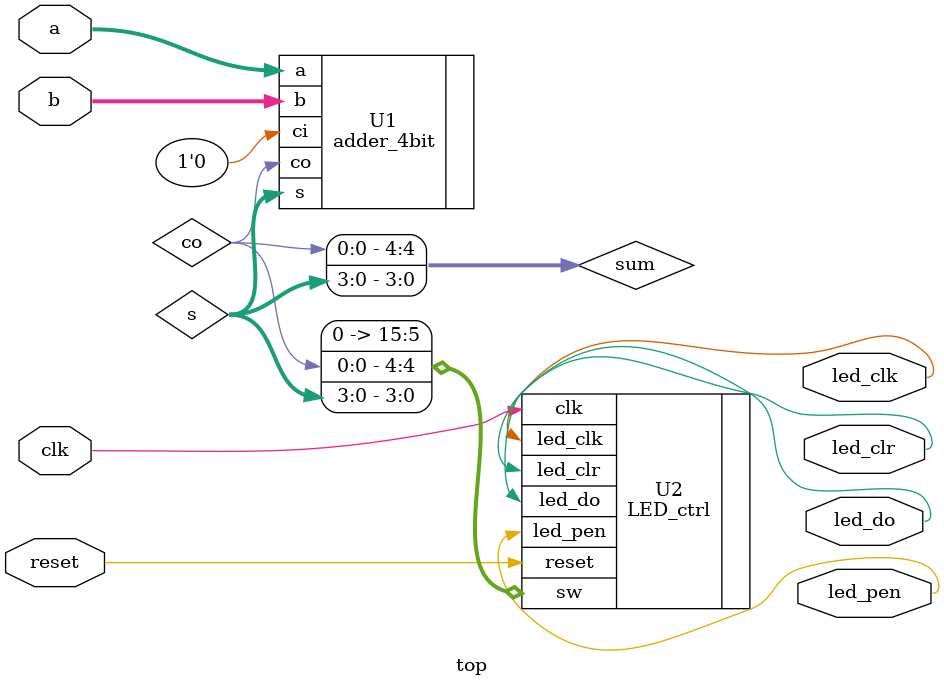
<source format=v>
`timescale 1ns / 1ps
module top(
input [3:0] a,
input [3:0] b,

input clk,
input reset,

output led_clk,
output led_do,
output led_clr,
output led_pen
    );

wire [3:0] s;
wire co;

wire [4:0] sum;

assign sum = {co, s};

adder_4bit U1 (
    .a(a), 
    .b(b), 
    .ci(1'b0), 
    .s(s), 
    .co(co)
    );

LED_ctrl U2 (
    .sw({11'b0, sum}), 
    .clk(clk), 
    .reset(reset), 
    .led_do(led_do), 
    .led_pen(led_pen), 
    .led_clk(led_clk), 
    .led_clr(led_clr)
    );


endmodule

</source>
